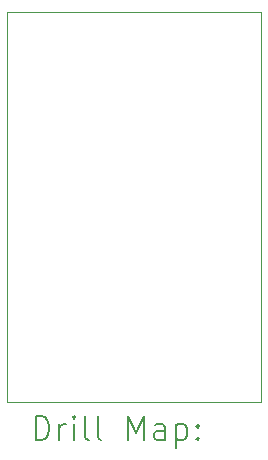
<source format=gbr>
%TF.GenerationSoftware,KiCad,Pcbnew,7.0.2-0*%
%TF.CreationDate,2023-11-12T18:23:27-05:00*%
%TF.ProjectId,Audio Module,41756469-6f20-44d6-9f64-756c652e6b69,rev?*%
%TF.SameCoordinates,Original*%
%TF.FileFunction,Drillmap*%
%TF.FilePolarity,Positive*%
%FSLAX45Y45*%
G04 Gerber Fmt 4.5, Leading zero omitted, Abs format (unit mm)*
G04 Created by KiCad (PCBNEW 7.0.2-0) date 2023-11-12 18:23:27*
%MOMM*%
%LPD*%
G01*
G04 APERTURE LIST*
%ADD10C,0.100000*%
%ADD11C,0.200000*%
G04 APERTURE END LIST*
D10*
X9911523Y-7285570D02*
X12065288Y-7285570D01*
X12065288Y-10594058D01*
X9911523Y-10594058D01*
X9911523Y-7285570D01*
D11*
X10154142Y-10911582D02*
X10154142Y-10711582D01*
X10154142Y-10711582D02*
X10201761Y-10711582D01*
X10201761Y-10711582D02*
X10230333Y-10721106D01*
X10230333Y-10721106D02*
X10249381Y-10740153D01*
X10249381Y-10740153D02*
X10258904Y-10759201D01*
X10258904Y-10759201D02*
X10268428Y-10797296D01*
X10268428Y-10797296D02*
X10268428Y-10825868D01*
X10268428Y-10825868D02*
X10258904Y-10863963D01*
X10258904Y-10863963D02*
X10249381Y-10883010D01*
X10249381Y-10883010D02*
X10230333Y-10902058D01*
X10230333Y-10902058D02*
X10201761Y-10911582D01*
X10201761Y-10911582D02*
X10154142Y-10911582D01*
X10354142Y-10911582D02*
X10354142Y-10778249D01*
X10354142Y-10816344D02*
X10363666Y-10797296D01*
X10363666Y-10797296D02*
X10373190Y-10787772D01*
X10373190Y-10787772D02*
X10392238Y-10778249D01*
X10392238Y-10778249D02*
X10411285Y-10778249D01*
X10477952Y-10911582D02*
X10477952Y-10778249D01*
X10477952Y-10711582D02*
X10468428Y-10721106D01*
X10468428Y-10721106D02*
X10477952Y-10730630D01*
X10477952Y-10730630D02*
X10487476Y-10721106D01*
X10487476Y-10721106D02*
X10477952Y-10711582D01*
X10477952Y-10711582D02*
X10477952Y-10730630D01*
X10601761Y-10911582D02*
X10582714Y-10902058D01*
X10582714Y-10902058D02*
X10573190Y-10883010D01*
X10573190Y-10883010D02*
X10573190Y-10711582D01*
X10706523Y-10911582D02*
X10687476Y-10902058D01*
X10687476Y-10902058D02*
X10677952Y-10883010D01*
X10677952Y-10883010D02*
X10677952Y-10711582D01*
X10935095Y-10911582D02*
X10935095Y-10711582D01*
X10935095Y-10711582D02*
X11001762Y-10854439D01*
X11001762Y-10854439D02*
X11068428Y-10711582D01*
X11068428Y-10711582D02*
X11068428Y-10911582D01*
X11249380Y-10911582D02*
X11249380Y-10806820D01*
X11249380Y-10806820D02*
X11239857Y-10787772D01*
X11239857Y-10787772D02*
X11220809Y-10778249D01*
X11220809Y-10778249D02*
X11182714Y-10778249D01*
X11182714Y-10778249D02*
X11163666Y-10787772D01*
X11249380Y-10902058D02*
X11230333Y-10911582D01*
X11230333Y-10911582D02*
X11182714Y-10911582D01*
X11182714Y-10911582D02*
X11163666Y-10902058D01*
X11163666Y-10902058D02*
X11154142Y-10883010D01*
X11154142Y-10883010D02*
X11154142Y-10863963D01*
X11154142Y-10863963D02*
X11163666Y-10844915D01*
X11163666Y-10844915D02*
X11182714Y-10835391D01*
X11182714Y-10835391D02*
X11230333Y-10835391D01*
X11230333Y-10835391D02*
X11249380Y-10825868D01*
X11344619Y-10778249D02*
X11344619Y-10978249D01*
X11344619Y-10787772D02*
X11363666Y-10778249D01*
X11363666Y-10778249D02*
X11401761Y-10778249D01*
X11401761Y-10778249D02*
X11420809Y-10787772D01*
X11420809Y-10787772D02*
X11430333Y-10797296D01*
X11430333Y-10797296D02*
X11439857Y-10816344D01*
X11439857Y-10816344D02*
X11439857Y-10873487D01*
X11439857Y-10873487D02*
X11430333Y-10892534D01*
X11430333Y-10892534D02*
X11420809Y-10902058D01*
X11420809Y-10902058D02*
X11401761Y-10911582D01*
X11401761Y-10911582D02*
X11363666Y-10911582D01*
X11363666Y-10911582D02*
X11344619Y-10902058D01*
X11525571Y-10892534D02*
X11535095Y-10902058D01*
X11535095Y-10902058D02*
X11525571Y-10911582D01*
X11525571Y-10911582D02*
X11516047Y-10902058D01*
X11516047Y-10902058D02*
X11525571Y-10892534D01*
X11525571Y-10892534D02*
X11525571Y-10911582D01*
X11525571Y-10787772D02*
X11535095Y-10797296D01*
X11535095Y-10797296D02*
X11525571Y-10806820D01*
X11525571Y-10806820D02*
X11516047Y-10797296D01*
X11516047Y-10797296D02*
X11525571Y-10787772D01*
X11525571Y-10787772D02*
X11525571Y-10806820D01*
M02*

</source>
